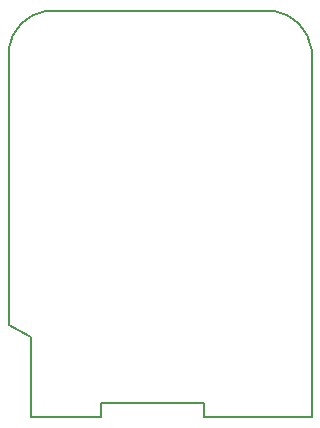
<source format=gm1>
G04 #@! TF.GenerationSoftware,KiCad,Pcbnew,5.0.0-rc2-unknown-6090f90~65~ubuntu18.04.1*
G04 #@! TF.CreationDate,2018-05-28T20:14:59-06:00*
G04 #@! TF.ProjectId,wemos-01,77656D6F732D30312E6B696361645F70,rev?*
G04 #@! TF.SameCoordinates,Original*
G04 #@! TF.FileFunction,Profile,NP*
%FSLAX46Y46*%
G04 Gerber Fmt 4.6, Leading zero omitted, Abs format (unit mm)*
G04 Created by KiCad (PCBNEW 5.0.0-rc2-unknown-6090f90~65~ubuntu18.04.1) date Mon May 28 20:14:59 2018*
%MOMM*%
%LPD*%
G01*
G04 APERTURE LIST*
%ADD10C,0.150000*%
G04 APERTURE END LIST*
D10*
X152628600Y-114452400D02*
X152628600Y-83312000D01*
X126976364Y-83308794D02*
G75*
G02X130225800Y-80060800I3779835J-532077D01*
G01*
X149377400Y-80060800D02*
X130225800Y-80060800D01*
X149373394Y-80060237D02*
G75*
G02X152628599Y-83312000I-529394J-3785162D01*
G01*
X126974600Y-106705400D02*
X126974600Y-83312000D01*
X128879600Y-107670600D02*
X126974600Y-106705400D01*
X128879600Y-114427000D02*
X128879600Y-107670600D01*
X134772400Y-114427000D02*
X128879600Y-114427000D01*
X134772400Y-113258600D02*
X134772400Y-114427000D01*
X143560800Y-113258600D02*
X134772400Y-113258600D01*
X143560800Y-114452400D02*
X143560800Y-113258600D01*
X143560800Y-114452400D02*
X152628600Y-114452400D01*
M02*

</source>
